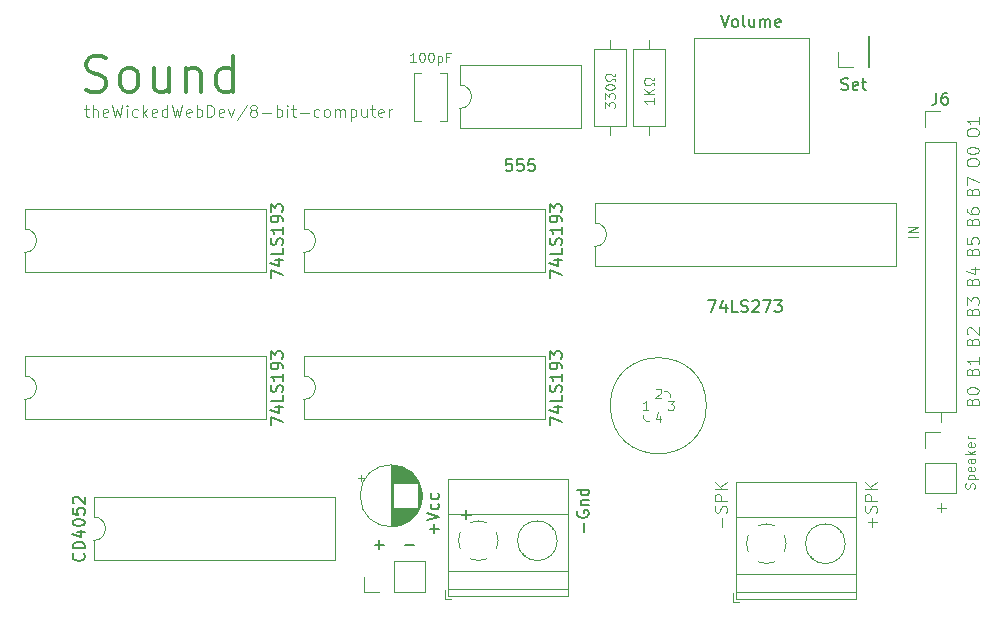
<source format=gbr>
%TF.GenerationSoftware,KiCad,Pcbnew,(5.1.9-0-10_14)*%
%TF.CreationDate,2021-05-25T00:06:21-04:00*%
%TF.ProjectId,sound,736f756e-642e-46b6-9963-61645f706362,rev?*%
%TF.SameCoordinates,Original*%
%TF.FileFunction,Legend,Top*%
%TF.FilePolarity,Positive*%
%FSLAX46Y46*%
G04 Gerber Fmt 4.6, Leading zero omitted, Abs format (unit mm)*
G04 Created by KiCad (PCBNEW (5.1.9-0-10_14)) date 2021-05-25 00:06:21*
%MOMM*%
%LPD*%
G01*
G04 APERTURE LIST*
%ADD10C,0.150000*%
%ADD11C,0.100000*%
%ADD12C,0.300000*%
%ADD13C,0.120000*%
G04 APERTURE END LIST*
D10*
X131675142Y-118173238D02*
X131722761Y-118220857D01*
X131770380Y-118363714D01*
X131770380Y-118458952D01*
X131722761Y-118601809D01*
X131627523Y-118697047D01*
X131532285Y-118744666D01*
X131341809Y-118792285D01*
X131198952Y-118792285D01*
X131008476Y-118744666D01*
X130913238Y-118697047D01*
X130818000Y-118601809D01*
X130770380Y-118458952D01*
X130770380Y-118363714D01*
X130818000Y-118220857D01*
X130865619Y-118173238D01*
X131770380Y-117744666D02*
X130770380Y-117744666D01*
X130770380Y-117506571D01*
X130818000Y-117363714D01*
X130913238Y-117268476D01*
X131008476Y-117220857D01*
X131198952Y-117173238D01*
X131341809Y-117173238D01*
X131532285Y-117220857D01*
X131627523Y-117268476D01*
X131722761Y-117363714D01*
X131770380Y-117506571D01*
X131770380Y-117744666D01*
X131103714Y-116316095D02*
X131770380Y-116316095D01*
X130722761Y-116554190D02*
X131437047Y-116792285D01*
X131437047Y-116173238D01*
X130770380Y-115601809D02*
X130770380Y-115506571D01*
X130818000Y-115411333D01*
X130865619Y-115363714D01*
X130960857Y-115316095D01*
X131151333Y-115268476D01*
X131389428Y-115268476D01*
X131579904Y-115316095D01*
X131675142Y-115363714D01*
X131722761Y-115411333D01*
X131770380Y-115506571D01*
X131770380Y-115601809D01*
X131722761Y-115697047D01*
X131675142Y-115744666D01*
X131579904Y-115792285D01*
X131389428Y-115839904D01*
X131151333Y-115839904D01*
X130960857Y-115792285D01*
X130865619Y-115744666D01*
X130818000Y-115697047D01*
X130770380Y-115601809D01*
X130770380Y-114363714D02*
X130770380Y-114839904D01*
X131246571Y-114887523D01*
X131198952Y-114839904D01*
X131151333Y-114744666D01*
X131151333Y-114506571D01*
X131198952Y-114411333D01*
X131246571Y-114363714D01*
X131341809Y-114316095D01*
X131579904Y-114316095D01*
X131675142Y-114363714D01*
X131722761Y-114411333D01*
X131770380Y-114506571D01*
X131770380Y-114744666D01*
X131722761Y-114839904D01*
X131675142Y-114887523D01*
X130865619Y-113935142D02*
X130818000Y-113887523D01*
X130770380Y-113792285D01*
X130770380Y-113554190D01*
X130818000Y-113458952D01*
X130865619Y-113411333D01*
X130960857Y-113363714D01*
X131056095Y-113363714D01*
X131198952Y-113411333D01*
X131770380Y-113982761D01*
X131770380Y-113363714D01*
D11*
X206462380Y-82613428D02*
X206462380Y-82422952D01*
X206510000Y-82327714D01*
X206605238Y-82232476D01*
X206795714Y-82184857D01*
X207129047Y-82184857D01*
X207319523Y-82232476D01*
X207414761Y-82327714D01*
X207462380Y-82422952D01*
X207462380Y-82613428D01*
X207414761Y-82708666D01*
X207319523Y-82803904D01*
X207129047Y-82851523D01*
X206795714Y-82851523D01*
X206605238Y-82803904D01*
X206510000Y-82708666D01*
X206462380Y-82613428D01*
X207462380Y-81232476D02*
X207462380Y-81803904D01*
X207462380Y-81518190D02*
X206462380Y-81518190D01*
X206605238Y-81613428D01*
X206700476Y-81708666D01*
X206748095Y-81803904D01*
X206462380Y-85153428D02*
X206462380Y-84962952D01*
X206510000Y-84867714D01*
X206605238Y-84772476D01*
X206795714Y-84724857D01*
X207129047Y-84724857D01*
X207319523Y-84772476D01*
X207414761Y-84867714D01*
X207462380Y-84962952D01*
X207462380Y-85153428D01*
X207414761Y-85248666D01*
X207319523Y-85343904D01*
X207129047Y-85391523D01*
X206795714Y-85391523D01*
X206605238Y-85343904D01*
X206510000Y-85248666D01*
X206462380Y-85153428D01*
X206462380Y-84105809D02*
X206462380Y-84010571D01*
X206510000Y-83915333D01*
X206557619Y-83867714D01*
X206652857Y-83820095D01*
X206843333Y-83772476D01*
X207081428Y-83772476D01*
X207271904Y-83820095D01*
X207367142Y-83867714D01*
X207414761Y-83915333D01*
X207462380Y-84010571D01*
X207462380Y-84105809D01*
X207414761Y-84201047D01*
X207367142Y-84248666D01*
X207271904Y-84296285D01*
X207081428Y-84343904D01*
X206843333Y-84343904D01*
X206652857Y-84296285D01*
X206557619Y-84248666D01*
X206510000Y-84201047D01*
X206462380Y-84105809D01*
X185745428Y-115903142D02*
X185745428Y-115141238D01*
X186078761Y-114712666D02*
X186126380Y-114569809D01*
X186126380Y-114331714D01*
X186078761Y-114236476D01*
X186031142Y-114188857D01*
X185935904Y-114141238D01*
X185840666Y-114141238D01*
X185745428Y-114188857D01*
X185697809Y-114236476D01*
X185650190Y-114331714D01*
X185602571Y-114522190D01*
X185554952Y-114617428D01*
X185507333Y-114665047D01*
X185412095Y-114712666D01*
X185316857Y-114712666D01*
X185221619Y-114665047D01*
X185174000Y-114617428D01*
X185126380Y-114522190D01*
X185126380Y-114284095D01*
X185174000Y-114141238D01*
X186126380Y-113712666D02*
X185126380Y-113712666D01*
X185126380Y-113331714D01*
X185174000Y-113236476D01*
X185221619Y-113188857D01*
X185316857Y-113141238D01*
X185459714Y-113141238D01*
X185554952Y-113188857D01*
X185602571Y-113236476D01*
X185650190Y-113331714D01*
X185650190Y-113712666D01*
X186126380Y-112712666D02*
X185126380Y-112712666D01*
X186126380Y-112141238D02*
X185554952Y-112569809D01*
X185126380Y-112141238D02*
X185697809Y-112712666D01*
D10*
X161361428Y-116474666D02*
X161361428Y-115712761D01*
X161742380Y-116093714D02*
X160980476Y-116093714D01*
X160742380Y-115379428D02*
X161742380Y-115046095D01*
X160742380Y-114712761D01*
X161694761Y-113950857D02*
X161742380Y-114046095D01*
X161742380Y-114236571D01*
X161694761Y-114331809D01*
X161647142Y-114379428D01*
X161551904Y-114427047D01*
X161266190Y-114427047D01*
X161170952Y-114379428D01*
X161123333Y-114331809D01*
X161075714Y-114236571D01*
X161075714Y-114046095D01*
X161123333Y-113950857D01*
X161694761Y-113093714D02*
X161742380Y-113188952D01*
X161742380Y-113379428D01*
X161694761Y-113474666D01*
X161647142Y-113522285D01*
X161551904Y-113569904D01*
X161266190Y-113569904D01*
X161170952Y-113522285D01*
X161123333Y-113474666D01*
X161075714Y-113379428D01*
X161075714Y-113188952D01*
X161123333Y-113093714D01*
X174061428Y-116339714D02*
X174061428Y-115577809D01*
X173490000Y-114577809D02*
X173442380Y-114673047D01*
X173442380Y-114815904D01*
X173490000Y-114958761D01*
X173585238Y-115054000D01*
X173680476Y-115101619D01*
X173870952Y-115149238D01*
X174013809Y-115149238D01*
X174204285Y-115101619D01*
X174299523Y-115054000D01*
X174394761Y-114958761D01*
X174442380Y-114815904D01*
X174442380Y-114720666D01*
X174394761Y-114577809D01*
X174347142Y-114530190D01*
X174013809Y-114530190D01*
X174013809Y-114720666D01*
X173775714Y-114101619D02*
X174442380Y-114101619D01*
X173870952Y-114101619D02*
X173823333Y-114054000D01*
X173775714Y-113958761D01*
X173775714Y-113815904D01*
X173823333Y-113720666D01*
X173918571Y-113673047D01*
X174442380Y-113673047D01*
X174442380Y-112768285D02*
X173442380Y-112768285D01*
X174394761Y-112768285D02*
X174442380Y-112863523D01*
X174442380Y-113054000D01*
X174394761Y-113149238D01*
X174347142Y-113196857D01*
X174251904Y-113244476D01*
X173966190Y-113244476D01*
X173870952Y-113196857D01*
X173823333Y-113149238D01*
X173775714Y-113054000D01*
X173775714Y-112863523D01*
X173823333Y-112768285D01*
D11*
X198445428Y-115903142D02*
X198445428Y-115141238D01*
X198826380Y-115522190D02*
X198064476Y-115522190D01*
X198778761Y-114712666D02*
X198826380Y-114569809D01*
X198826380Y-114331714D01*
X198778761Y-114236476D01*
X198731142Y-114188857D01*
X198635904Y-114141238D01*
X198540666Y-114141238D01*
X198445428Y-114188857D01*
X198397809Y-114236476D01*
X198350190Y-114331714D01*
X198302571Y-114522190D01*
X198254952Y-114617428D01*
X198207333Y-114665047D01*
X198112095Y-114712666D01*
X198016857Y-114712666D01*
X197921619Y-114665047D01*
X197874000Y-114617428D01*
X197826380Y-114522190D01*
X197826380Y-114284095D01*
X197874000Y-114141238D01*
X198826380Y-113712666D02*
X197826380Y-113712666D01*
X197826380Y-113331714D01*
X197874000Y-113236476D01*
X197921619Y-113188857D01*
X198016857Y-113141238D01*
X198159714Y-113141238D01*
X198254952Y-113188857D01*
X198302571Y-113236476D01*
X198350190Y-113331714D01*
X198350190Y-113712666D01*
X198826380Y-112712666D02*
X197826380Y-112712666D01*
X198826380Y-112141238D02*
X198254952Y-112569809D01*
X197826380Y-112141238D02*
X198397809Y-112712666D01*
X179939904Y-79622571D02*
X179939904Y-80079714D01*
X179939904Y-79851142D02*
X179139904Y-79851142D01*
X179254190Y-79927333D01*
X179330380Y-80003523D01*
X179368476Y-80079714D01*
X179939904Y-79279714D02*
X179139904Y-79279714D01*
X179939904Y-78822571D02*
X179482761Y-79165428D01*
X179139904Y-78822571D02*
X179597047Y-79279714D01*
X179939904Y-78517809D02*
X179939904Y-78327333D01*
X179787523Y-78327333D01*
X179749428Y-78403523D01*
X179673238Y-78479714D01*
X179558952Y-78517809D01*
X179368476Y-78517809D01*
X179254190Y-78479714D01*
X179178000Y-78403523D01*
X179139904Y-78289238D01*
X179139904Y-78136857D01*
X179178000Y-78022571D01*
X179254190Y-77946380D01*
X179368476Y-77908285D01*
X179558952Y-77908285D01*
X179673238Y-77946380D01*
X179749428Y-78022571D01*
X179787523Y-78098761D01*
X179939904Y-78098761D01*
X179939904Y-77908285D01*
X175837904Y-80479714D02*
X175837904Y-79984476D01*
X176142666Y-80251142D01*
X176142666Y-80136857D01*
X176180761Y-80060666D01*
X176218857Y-80022571D01*
X176295047Y-79984476D01*
X176485523Y-79984476D01*
X176561714Y-80022571D01*
X176599809Y-80060666D01*
X176637904Y-80136857D01*
X176637904Y-80365428D01*
X176599809Y-80441619D01*
X176561714Y-80479714D01*
X175837904Y-79717809D02*
X175837904Y-79222571D01*
X176142666Y-79489238D01*
X176142666Y-79374952D01*
X176180761Y-79298761D01*
X176218857Y-79260666D01*
X176295047Y-79222571D01*
X176485523Y-79222571D01*
X176561714Y-79260666D01*
X176599809Y-79298761D01*
X176637904Y-79374952D01*
X176637904Y-79603523D01*
X176599809Y-79679714D01*
X176561714Y-79717809D01*
X175837904Y-78727333D02*
X175837904Y-78651142D01*
X175876000Y-78574952D01*
X175914095Y-78536857D01*
X175990285Y-78498761D01*
X176142666Y-78460666D01*
X176333142Y-78460666D01*
X176485523Y-78498761D01*
X176561714Y-78536857D01*
X176599809Y-78574952D01*
X176637904Y-78651142D01*
X176637904Y-78727333D01*
X176599809Y-78803523D01*
X176561714Y-78841619D01*
X176485523Y-78879714D01*
X176333142Y-78917809D01*
X176142666Y-78917809D01*
X175990285Y-78879714D01*
X175914095Y-78841619D01*
X175876000Y-78803523D01*
X175837904Y-78727333D01*
X176637904Y-78155904D02*
X176637904Y-77965428D01*
X176485523Y-77965428D01*
X176447428Y-78041619D01*
X176371238Y-78117809D01*
X176256952Y-78155904D01*
X176066476Y-78155904D01*
X175952190Y-78117809D01*
X175876000Y-78041619D01*
X175837904Y-77927333D01*
X175837904Y-77774952D01*
X175876000Y-77660666D01*
X175952190Y-77584476D01*
X176066476Y-77546380D01*
X176256952Y-77546380D01*
X176371238Y-77584476D01*
X176447428Y-77660666D01*
X176485523Y-77736857D01*
X176637904Y-77736857D01*
X176637904Y-77546380D01*
X159797904Y-76561904D02*
X159340761Y-76561904D01*
X159569333Y-76561904D02*
X159569333Y-75761904D01*
X159493142Y-75876190D01*
X159416952Y-75952380D01*
X159340761Y-75990476D01*
X160293142Y-75761904D02*
X160369333Y-75761904D01*
X160445523Y-75800000D01*
X160483619Y-75838095D01*
X160521714Y-75914285D01*
X160559809Y-76066666D01*
X160559809Y-76257142D01*
X160521714Y-76409523D01*
X160483619Y-76485714D01*
X160445523Y-76523809D01*
X160369333Y-76561904D01*
X160293142Y-76561904D01*
X160216952Y-76523809D01*
X160178857Y-76485714D01*
X160140761Y-76409523D01*
X160102666Y-76257142D01*
X160102666Y-76066666D01*
X160140761Y-75914285D01*
X160178857Y-75838095D01*
X160216952Y-75800000D01*
X160293142Y-75761904D01*
X161055047Y-75761904D02*
X161131238Y-75761904D01*
X161207428Y-75800000D01*
X161245523Y-75838095D01*
X161283619Y-75914285D01*
X161321714Y-76066666D01*
X161321714Y-76257142D01*
X161283619Y-76409523D01*
X161245523Y-76485714D01*
X161207428Y-76523809D01*
X161131238Y-76561904D01*
X161055047Y-76561904D01*
X160978857Y-76523809D01*
X160940761Y-76485714D01*
X160902666Y-76409523D01*
X160864571Y-76257142D01*
X160864571Y-76066666D01*
X160902666Y-75914285D01*
X160940761Y-75838095D01*
X160978857Y-75800000D01*
X161055047Y-75761904D01*
X161664571Y-76028571D02*
X161664571Y-76828571D01*
X161664571Y-76066666D02*
X161740761Y-76028571D01*
X161893142Y-76028571D01*
X161969333Y-76066666D01*
X162007428Y-76104761D01*
X162045523Y-76180952D01*
X162045523Y-76409523D01*
X162007428Y-76485714D01*
X161969333Y-76523809D01*
X161893142Y-76561904D01*
X161740761Y-76561904D01*
X161664571Y-76523809D01*
X162655047Y-76142857D02*
X162388380Y-76142857D01*
X162388380Y-76561904D02*
X162388380Y-75761904D01*
X162769333Y-75761904D01*
D10*
X167941714Y-84796380D02*
X167465523Y-84796380D01*
X167417904Y-85272571D01*
X167465523Y-85224952D01*
X167560761Y-85177333D01*
X167798857Y-85177333D01*
X167894095Y-85224952D01*
X167941714Y-85272571D01*
X167989333Y-85367809D01*
X167989333Y-85605904D01*
X167941714Y-85701142D01*
X167894095Y-85748761D01*
X167798857Y-85796380D01*
X167560761Y-85796380D01*
X167465523Y-85748761D01*
X167417904Y-85701142D01*
X168894095Y-84796380D02*
X168417904Y-84796380D01*
X168370285Y-85272571D01*
X168417904Y-85224952D01*
X168513142Y-85177333D01*
X168751238Y-85177333D01*
X168846476Y-85224952D01*
X168894095Y-85272571D01*
X168941714Y-85367809D01*
X168941714Y-85605904D01*
X168894095Y-85701142D01*
X168846476Y-85748761D01*
X168751238Y-85796380D01*
X168513142Y-85796380D01*
X168417904Y-85748761D01*
X168370285Y-85701142D01*
X169846476Y-84796380D02*
X169370285Y-84796380D01*
X169322666Y-85272571D01*
X169370285Y-85224952D01*
X169465523Y-85177333D01*
X169703619Y-85177333D01*
X169798857Y-85224952D01*
X169846476Y-85272571D01*
X169894095Y-85367809D01*
X169894095Y-85605904D01*
X169846476Y-85701142D01*
X169798857Y-85748761D01*
X169703619Y-85796380D01*
X169465523Y-85796380D01*
X169370285Y-85748761D01*
X169322666Y-85701142D01*
X185618761Y-72604380D02*
X185952095Y-73604380D01*
X186285428Y-72604380D01*
X186761619Y-73604380D02*
X186666380Y-73556761D01*
X186618761Y-73509142D01*
X186571142Y-73413904D01*
X186571142Y-73128190D01*
X186618761Y-73032952D01*
X186666380Y-72985333D01*
X186761619Y-72937714D01*
X186904476Y-72937714D01*
X186999714Y-72985333D01*
X187047333Y-73032952D01*
X187094952Y-73128190D01*
X187094952Y-73413904D01*
X187047333Y-73509142D01*
X186999714Y-73556761D01*
X186904476Y-73604380D01*
X186761619Y-73604380D01*
X187666380Y-73604380D02*
X187571142Y-73556761D01*
X187523523Y-73461523D01*
X187523523Y-72604380D01*
X188475904Y-72937714D02*
X188475904Y-73604380D01*
X188047333Y-72937714D02*
X188047333Y-73461523D01*
X188094952Y-73556761D01*
X188190190Y-73604380D01*
X188333047Y-73604380D01*
X188428285Y-73556761D01*
X188475904Y-73509142D01*
X188952095Y-73604380D02*
X188952095Y-72937714D01*
X188952095Y-73032952D02*
X188999714Y-72985333D01*
X189094952Y-72937714D01*
X189237809Y-72937714D01*
X189333047Y-72985333D01*
X189380666Y-73080571D01*
X189380666Y-73604380D01*
X189380666Y-73080571D02*
X189428285Y-72985333D01*
X189523523Y-72937714D01*
X189666380Y-72937714D01*
X189761619Y-72985333D01*
X189809238Y-73080571D01*
X189809238Y-73604380D01*
X190666380Y-73556761D02*
X190571142Y-73604380D01*
X190380666Y-73604380D01*
X190285428Y-73556761D01*
X190237809Y-73461523D01*
X190237809Y-73080571D01*
X190285428Y-72985333D01*
X190380666Y-72937714D01*
X190571142Y-72937714D01*
X190666380Y-72985333D01*
X190714000Y-73080571D01*
X190714000Y-73175809D01*
X190237809Y-73271047D01*
D11*
X207079809Y-112699523D02*
X207117904Y-112585238D01*
X207117904Y-112394761D01*
X207079809Y-112318571D01*
X207041714Y-112280476D01*
X206965523Y-112242380D01*
X206889333Y-112242380D01*
X206813142Y-112280476D01*
X206775047Y-112318571D01*
X206736952Y-112394761D01*
X206698857Y-112547142D01*
X206660761Y-112623333D01*
X206622666Y-112661428D01*
X206546476Y-112699523D01*
X206470285Y-112699523D01*
X206394095Y-112661428D01*
X206356000Y-112623333D01*
X206317904Y-112547142D01*
X206317904Y-112356666D01*
X206356000Y-112242380D01*
X206584571Y-111899523D02*
X207384571Y-111899523D01*
X206622666Y-111899523D02*
X206584571Y-111823333D01*
X206584571Y-111670952D01*
X206622666Y-111594761D01*
X206660761Y-111556666D01*
X206736952Y-111518571D01*
X206965523Y-111518571D01*
X207041714Y-111556666D01*
X207079809Y-111594761D01*
X207117904Y-111670952D01*
X207117904Y-111823333D01*
X207079809Y-111899523D01*
X207079809Y-110870952D02*
X207117904Y-110947142D01*
X207117904Y-111099523D01*
X207079809Y-111175714D01*
X207003619Y-111213809D01*
X206698857Y-111213809D01*
X206622666Y-111175714D01*
X206584571Y-111099523D01*
X206584571Y-110947142D01*
X206622666Y-110870952D01*
X206698857Y-110832857D01*
X206775047Y-110832857D01*
X206851238Y-111213809D01*
X207117904Y-110147142D02*
X206698857Y-110147142D01*
X206622666Y-110185238D01*
X206584571Y-110261428D01*
X206584571Y-110413809D01*
X206622666Y-110490000D01*
X207079809Y-110147142D02*
X207117904Y-110223333D01*
X207117904Y-110413809D01*
X207079809Y-110490000D01*
X207003619Y-110528095D01*
X206927428Y-110528095D01*
X206851238Y-110490000D01*
X206813142Y-110413809D01*
X206813142Y-110223333D01*
X206775047Y-110147142D01*
X207117904Y-109766190D02*
X206317904Y-109766190D01*
X206813142Y-109690000D02*
X207117904Y-109461428D01*
X206584571Y-109461428D02*
X206889333Y-109766190D01*
X207079809Y-108813809D02*
X207117904Y-108890000D01*
X207117904Y-109042380D01*
X207079809Y-109118571D01*
X207003619Y-109156666D01*
X206698857Y-109156666D01*
X206622666Y-109118571D01*
X206584571Y-109042380D01*
X206584571Y-108890000D01*
X206622666Y-108813809D01*
X206698857Y-108775714D01*
X206775047Y-108775714D01*
X206851238Y-109156666D01*
X207117904Y-108432857D02*
X206584571Y-108432857D01*
X206736952Y-108432857D02*
X206660761Y-108394761D01*
X206622666Y-108356666D01*
X206584571Y-108280476D01*
X206584571Y-108204285D01*
X131732380Y-80557714D02*
X132113333Y-80557714D01*
X131875238Y-80224380D02*
X131875238Y-81081523D01*
X131922857Y-81176761D01*
X132018095Y-81224380D01*
X132113333Y-81224380D01*
X132446666Y-81224380D02*
X132446666Y-80224380D01*
X132875238Y-81224380D02*
X132875238Y-80700571D01*
X132827619Y-80605333D01*
X132732380Y-80557714D01*
X132589523Y-80557714D01*
X132494285Y-80605333D01*
X132446666Y-80652952D01*
X133732380Y-81176761D02*
X133637142Y-81224380D01*
X133446666Y-81224380D01*
X133351428Y-81176761D01*
X133303809Y-81081523D01*
X133303809Y-80700571D01*
X133351428Y-80605333D01*
X133446666Y-80557714D01*
X133637142Y-80557714D01*
X133732380Y-80605333D01*
X133780000Y-80700571D01*
X133780000Y-80795809D01*
X133303809Y-80891047D01*
X134113333Y-80224380D02*
X134351428Y-81224380D01*
X134541904Y-80510095D01*
X134732380Y-81224380D01*
X134970476Y-80224380D01*
X135351428Y-81224380D02*
X135351428Y-80557714D01*
X135351428Y-80224380D02*
X135303809Y-80272000D01*
X135351428Y-80319619D01*
X135399047Y-80272000D01*
X135351428Y-80224380D01*
X135351428Y-80319619D01*
X136256190Y-81176761D02*
X136160952Y-81224380D01*
X135970476Y-81224380D01*
X135875238Y-81176761D01*
X135827619Y-81129142D01*
X135780000Y-81033904D01*
X135780000Y-80748190D01*
X135827619Y-80652952D01*
X135875238Y-80605333D01*
X135970476Y-80557714D01*
X136160952Y-80557714D01*
X136256190Y-80605333D01*
X136684761Y-81224380D02*
X136684761Y-80224380D01*
X136780000Y-80843428D02*
X137065714Y-81224380D01*
X137065714Y-80557714D02*
X136684761Y-80938666D01*
X137875238Y-81176761D02*
X137780000Y-81224380D01*
X137589523Y-81224380D01*
X137494285Y-81176761D01*
X137446666Y-81081523D01*
X137446666Y-80700571D01*
X137494285Y-80605333D01*
X137589523Y-80557714D01*
X137780000Y-80557714D01*
X137875238Y-80605333D01*
X137922857Y-80700571D01*
X137922857Y-80795809D01*
X137446666Y-80891047D01*
X138780000Y-81224380D02*
X138780000Y-80224380D01*
X138780000Y-81176761D02*
X138684761Y-81224380D01*
X138494285Y-81224380D01*
X138399047Y-81176761D01*
X138351428Y-81129142D01*
X138303809Y-81033904D01*
X138303809Y-80748190D01*
X138351428Y-80652952D01*
X138399047Y-80605333D01*
X138494285Y-80557714D01*
X138684761Y-80557714D01*
X138780000Y-80605333D01*
X139160952Y-80224380D02*
X139399047Y-81224380D01*
X139589523Y-80510095D01*
X139780000Y-81224380D01*
X140018095Y-80224380D01*
X140780000Y-81176761D02*
X140684761Y-81224380D01*
X140494285Y-81224380D01*
X140399047Y-81176761D01*
X140351428Y-81081523D01*
X140351428Y-80700571D01*
X140399047Y-80605333D01*
X140494285Y-80557714D01*
X140684761Y-80557714D01*
X140780000Y-80605333D01*
X140827619Y-80700571D01*
X140827619Y-80795809D01*
X140351428Y-80891047D01*
X141256190Y-81224380D02*
X141256190Y-80224380D01*
X141256190Y-80605333D02*
X141351428Y-80557714D01*
X141541904Y-80557714D01*
X141637142Y-80605333D01*
X141684761Y-80652952D01*
X141732380Y-80748190D01*
X141732380Y-81033904D01*
X141684761Y-81129142D01*
X141637142Y-81176761D01*
X141541904Y-81224380D01*
X141351428Y-81224380D01*
X141256190Y-81176761D01*
X142160952Y-81224380D02*
X142160952Y-80224380D01*
X142399047Y-80224380D01*
X142541904Y-80272000D01*
X142637142Y-80367238D01*
X142684761Y-80462476D01*
X142732380Y-80652952D01*
X142732380Y-80795809D01*
X142684761Y-80986285D01*
X142637142Y-81081523D01*
X142541904Y-81176761D01*
X142399047Y-81224380D01*
X142160952Y-81224380D01*
X143541904Y-81176761D02*
X143446666Y-81224380D01*
X143256190Y-81224380D01*
X143160952Y-81176761D01*
X143113333Y-81081523D01*
X143113333Y-80700571D01*
X143160952Y-80605333D01*
X143256190Y-80557714D01*
X143446666Y-80557714D01*
X143541904Y-80605333D01*
X143589523Y-80700571D01*
X143589523Y-80795809D01*
X143113333Y-80891047D01*
X143922857Y-80557714D02*
X144160952Y-81224380D01*
X144399047Y-80557714D01*
X145494285Y-80176761D02*
X144637142Y-81462476D01*
X145970476Y-80652952D02*
X145875238Y-80605333D01*
X145827619Y-80557714D01*
X145780000Y-80462476D01*
X145780000Y-80414857D01*
X145827619Y-80319619D01*
X145875238Y-80272000D01*
X145970476Y-80224380D01*
X146160952Y-80224380D01*
X146256190Y-80272000D01*
X146303809Y-80319619D01*
X146351428Y-80414857D01*
X146351428Y-80462476D01*
X146303809Y-80557714D01*
X146256190Y-80605333D01*
X146160952Y-80652952D01*
X145970476Y-80652952D01*
X145875238Y-80700571D01*
X145827619Y-80748190D01*
X145780000Y-80843428D01*
X145780000Y-81033904D01*
X145827619Y-81129142D01*
X145875238Y-81176761D01*
X145970476Y-81224380D01*
X146160952Y-81224380D01*
X146256190Y-81176761D01*
X146303809Y-81129142D01*
X146351428Y-81033904D01*
X146351428Y-80843428D01*
X146303809Y-80748190D01*
X146256190Y-80700571D01*
X146160952Y-80652952D01*
X146780000Y-80843428D02*
X147541904Y-80843428D01*
X148018095Y-81224380D02*
X148018095Y-80224380D01*
X148018095Y-80605333D02*
X148113333Y-80557714D01*
X148303809Y-80557714D01*
X148399047Y-80605333D01*
X148446666Y-80652952D01*
X148494285Y-80748190D01*
X148494285Y-81033904D01*
X148446666Y-81129142D01*
X148399047Y-81176761D01*
X148303809Y-81224380D01*
X148113333Y-81224380D01*
X148018095Y-81176761D01*
X148922857Y-81224380D02*
X148922857Y-80557714D01*
X148922857Y-80224380D02*
X148875238Y-80272000D01*
X148922857Y-80319619D01*
X148970476Y-80272000D01*
X148922857Y-80224380D01*
X148922857Y-80319619D01*
X149256190Y-80557714D02*
X149637142Y-80557714D01*
X149399047Y-80224380D02*
X149399047Y-81081523D01*
X149446666Y-81176761D01*
X149541904Y-81224380D01*
X149637142Y-81224380D01*
X149970476Y-80843428D02*
X150732380Y-80843428D01*
X151637142Y-81176761D02*
X151541904Y-81224380D01*
X151351428Y-81224380D01*
X151256190Y-81176761D01*
X151208571Y-81129142D01*
X151160952Y-81033904D01*
X151160952Y-80748190D01*
X151208571Y-80652952D01*
X151256190Y-80605333D01*
X151351428Y-80557714D01*
X151541904Y-80557714D01*
X151637142Y-80605333D01*
X152208571Y-81224380D02*
X152113333Y-81176761D01*
X152065714Y-81129142D01*
X152018095Y-81033904D01*
X152018095Y-80748190D01*
X152065714Y-80652952D01*
X152113333Y-80605333D01*
X152208571Y-80557714D01*
X152351428Y-80557714D01*
X152446666Y-80605333D01*
X152494285Y-80652952D01*
X152541904Y-80748190D01*
X152541904Y-81033904D01*
X152494285Y-81129142D01*
X152446666Y-81176761D01*
X152351428Y-81224380D01*
X152208571Y-81224380D01*
X152970476Y-81224380D02*
X152970476Y-80557714D01*
X152970476Y-80652952D02*
X153018095Y-80605333D01*
X153113333Y-80557714D01*
X153256190Y-80557714D01*
X153351428Y-80605333D01*
X153399047Y-80700571D01*
X153399047Y-81224380D01*
X153399047Y-80700571D02*
X153446666Y-80605333D01*
X153541904Y-80557714D01*
X153684761Y-80557714D01*
X153780000Y-80605333D01*
X153827619Y-80700571D01*
X153827619Y-81224380D01*
X154303809Y-80557714D02*
X154303809Y-81557714D01*
X154303809Y-80605333D02*
X154399047Y-80557714D01*
X154589523Y-80557714D01*
X154684761Y-80605333D01*
X154732380Y-80652952D01*
X154780000Y-80748190D01*
X154780000Y-81033904D01*
X154732380Y-81129142D01*
X154684761Y-81176761D01*
X154589523Y-81224380D01*
X154399047Y-81224380D01*
X154303809Y-81176761D01*
X155637142Y-80557714D02*
X155637142Y-81224380D01*
X155208571Y-80557714D02*
X155208571Y-81081523D01*
X155256190Y-81176761D01*
X155351428Y-81224380D01*
X155494285Y-81224380D01*
X155589523Y-81176761D01*
X155637142Y-81129142D01*
X155970476Y-80557714D02*
X156351428Y-80557714D01*
X156113333Y-80224380D02*
X156113333Y-81081523D01*
X156160952Y-81176761D01*
X156256190Y-81224380D01*
X156351428Y-81224380D01*
X157065714Y-81176761D02*
X156970476Y-81224380D01*
X156779999Y-81224380D01*
X156684761Y-81176761D01*
X156637142Y-81081523D01*
X156637142Y-80700571D01*
X156684761Y-80605333D01*
X156779999Y-80557714D01*
X156970476Y-80557714D01*
X157065714Y-80605333D01*
X157113333Y-80700571D01*
X157113333Y-80795809D01*
X156637142Y-80891047D01*
X157541904Y-81224380D02*
X157541904Y-80557714D01*
X157541904Y-80748190D02*
X157589523Y-80652952D01*
X157637142Y-80605333D01*
X157732380Y-80557714D01*
X157827619Y-80557714D01*
D12*
X131890285Y-78938285D02*
X132318857Y-79081142D01*
X133033142Y-79081142D01*
X133318857Y-78938285D01*
X133461714Y-78795428D01*
X133604571Y-78509714D01*
X133604571Y-78224000D01*
X133461714Y-77938285D01*
X133318857Y-77795428D01*
X133033142Y-77652571D01*
X132461714Y-77509714D01*
X132176000Y-77366857D01*
X132033142Y-77224000D01*
X131890285Y-76938285D01*
X131890285Y-76652571D01*
X132033142Y-76366857D01*
X132176000Y-76224000D01*
X132461714Y-76081142D01*
X133176000Y-76081142D01*
X133604571Y-76224000D01*
X135318857Y-79081142D02*
X135033142Y-78938285D01*
X134890285Y-78795428D01*
X134747428Y-78509714D01*
X134747428Y-77652571D01*
X134890285Y-77366857D01*
X135033142Y-77224000D01*
X135318857Y-77081142D01*
X135747428Y-77081142D01*
X136033142Y-77224000D01*
X136176000Y-77366857D01*
X136318857Y-77652571D01*
X136318857Y-78509714D01*
X136176000Y-78795428D01*
X136033142Y-78938285D01*
X135747428Y-79081142D01*
X135318857Y-79081142D01*
X138890285Y-77081142D02*
X138890285Y-79081142D01*
X137604571Y-77081142D02*
X137604571Y-78652571D01*
X137747428Y-78938285D01*
X138033142Y-79081142D01*
X138461714Y-79081142D01*
X138747428Y-78938285D01*
X138890285Y-78795428D01*
X140318857Y-77081142D02*
X140318857Y-79081142D01*
X140318857Y-77366857D02*
X140461714Y-77224000D01*
X140747428Y-77081142D01*
X141176000Y-77081142D01*
X141461714Y-77224000D01*
X141604571Y-77509714D01*
X141604571Y-79081142D01*
X144318857Y-79081142D02*
X144318857Y-76081142D01*
X144318857Y-78938285D02*
X144033142Y-79081142D01*
X143461714Y-79081142D01*
X143176000Y-78938285D01*
X143033142Y-78795428D01*
X142890285Y-78509714D01*
X142890285Y-77652571D01*
X143033142Y-77366857D01*
X143176000Y-77224000D01*
X143461714Y-77081142D01*
X144033142Y-77081142D01*
X144318857Y-77224000D01*
D11*
X202291904Y-91351047D02*
X201491904Y-91351047D01*
X202291904Y-90970095D02*
X201491904Y-90970095D01*
X202291904Y-90512952D01*
X201491904Y-90512952D01*
X206938571Y-87526761D02*
X206986190Y-87383904D01*
X207033809Y-87336285D01*
X207129047Y-87288666D01*
X207271904Y-87288666D01*
X207367142Y-87336285D01*
X207414761Y-87383904D01*
X207462380Y-87479142D01*
X207462380Y-87860095D01*
X206462380Y-87860095D01*
X206462380Y-87526761D01*
X206510000Y-87431523D01*
X206557619Y-87383904D01*
X206652857Y-87336285D01*
X206748095Y-87336285D01*
X206843333Y-87383904D01*
X206890952Y-87431523D01*
X206938571Y-87526761D01*
X206938571Y-87860095D01*
X206462380Y-86955333D02*
X206462380Y-86288666D01*
X207462380Y-86717238D01*
X206938571Y-90066761D02*
X206986190Y-89923904D01*
X207033809Y-89876285D01*
X207129047Y-89828666D01*
X207271904Y-89828666D01*
X207367142Y-89876285D01*
X207414761Y-89923904D01*
X207462380Y-90019142D01*
X207462380Y-90400095D01*
X206462380Y-90400095D01*
X206462380Y-90066761D01*
X206510000Y-89971523D01*
X206557619Y-89923904D01*
X206652857Y-89876285D01*
X206748095Y-89876285D01*
X206843333Y-89923904D01*
X206890952Y-89971523D01*
X206938571Y-90066761D01*
X206938571Y-90400095D01*
X206462380Y-88971523D02*
X206462380Y-89162000D01*
X206510000Y-89257238D01*
X206557619Y-89304857D01*
X206700476Y-89400095D01*
X206890952Y-89447714D01*
X207271904Y-89447714D01*
X207367142Y-89400095D01*
X207414761Y-89352476D01*
X207462380Y-89257238D01*
X207462380Y-89066761D01*
X207414761Y-88971523D01*
X207367142Y-88923904D01*
X207271904Y-88876285D01*
X207033809Y-88876285D01*
X206938571Y-88923904D01*
X206890952Y-88971523D01*
X206843333Y-89066761D01*
X206843333Y-89257238D01*
X206890952Y-89352476D01*
X206938571Y-89400095D01*
X207033809Y-89447714D01*
X206938571Y-95146761D02*
X206986190Y-95003904D01*
X207033809Y-94956285D01*
X207129047Y-94908666D01*
X207271904Y-94908666D01*
X207367142Y-94956285D01*
X207414761Y-95003904D01*
X207462380Y-95099142D01*
X207462380Y-95480095D01*
X206462380Y-95480095D01*
X206462380Y-95146761D01*
X206510000Y-95051523D01*
X206557619Y-95003904D01*
X206652857Y-94956285D01*
X206748095Y-94956285D01*
X206843333Y-95003904D01*
X206890952Y-95051523D01*
X206938571Y-95146761D01*
X206938571Y-95480095D01*
X206795714Y-94051523D02*
X207462380Y-94051523D01*
X206414761Y-94289619D02*
X207129047Y-94527714D01*
X207129047Y-93908666D01*
X206938571Y-92606761D02*
X206986190Y-92463904D01*
X207033809Y-92416285D01*
X207129047Y-92368666D01*
X207271904Y-92368666D01*
X207367142Y-92416285D01*
X207414761Y-92463904D01*
X207462380Y-92559142D01*
X207462380Y-92940095D01*
X206462380Y-92940095D01*
X206462380Y-92606761D01*
X206510000Y-92511523D01*
X206557619Y-92463904D01*
X206652857Y-92416285D01*
X206748095Y-92416285D01*
X206843333Y-92463904D01*
X206890952Y-92511523D01*
X206938571Y-92606761D01*
X206938571Y-92940095D01*
X206462380Y-91463904D02*
X206462380Y-91940095D01*
X206938571Y-91987714D01*
X206890952Y-91940095D01*
X206843333Y-91844857D01*
X206843333Y-91606761D01*
X206890952Y-91511523D01*
X206938571Y-91463904D01*
X207033809Y-91416285D01*
X207271904Y-91416285D01*
X207367142Y-91463904D01*
X207414761Y-91511523D01*
X207462380Y-91606761D01*
X207462380Y-91844857D01*
X207414761Y-91940095D01*
X207367142Y-91987714D01*
X206938571Y-97686761D02*
X206986190Y-97543904D01*
X207033809Y-97496285D01*
X207129047Y-97448666D01*
X207271904Y-97448666D01*
X207367142Y-97496285D01*
X207414761Y-97543904D01*
X207462380Y-97639142D01*
X207462380Y-98020095D01*
X206462380Y-98020095D01*
X206462380Y-97686761D01*
X206510000Y-97591523D01*
X206557619Y-97543904D01*
X206652857Y-97496285D01*
X206748095Y-97496285D01*
X206843333Y-97543904D01*
X206890952Y-97591523D01*
X206938571Y-97686761D01*
X206938571Y-98020095D01*
X206462380Y-97115333D02*
X206462380Y-96496285D01*
X206843333Y-96829619D01*
X206843333Y-96686761D01*
X206890952Y-96591523D01*
X206938571Y-96543904D01*
X207033809Y-96496285D01*
X207271904Y-96496285D01*
X207367142Y-96543904D01*
X207414761Y-96591523D01*
X207462380Y-96686761D01*
X207462380Y-96972476D01*
X207414761Y-97067714D01*
X207367142Y-97115333D01*
X206938571Y-100226761D02*
X206986190Y-100083904D01*
X207033809Y-100036285D01*
X207129047Y-99988666D01*
X207271904Y-99988666D01*
X207367142Y-100036285D01*
X207414761Y-100083904D01*
X207462380Y-100179142D01*
X207462380Y-100560095D01*
X206462380Y-100560095D01*
X206462380Y-100226761D01*
X206510000Y-100131523D01*
X206557619Y-100083904D01*
X206652857Y-100036285D01*
X206748095Y-100036285D01*
X206843333Y-100083904D01*
X206890952Y-100131523D01*
X206938571Y-100226761D01*
X206938571Y-100560095D01*
X206557619Y-99607714D02*
X206510000Y-99560095D01*
X206462380Y-99464857D01*
X206462380Y-99226761D01*
X206510000Y-99131523D01*
X206557619Y-99083904D01*
X206652857Y-99036285D01*
X206748095Y-99036285D01*
X206890952Y-99083904D01*
X207462380Y-99655333D01*
X207462380Y-99036285D01*
X206938571Y-102766761D02*
X206986190Y-102623904D01*
X207033809Y-102576285D01*
X207129047Y-102528666D01*
X207271904Y-102528666D01*
X207367142Y-102576285D01*
X207414761Y-102623904D01*
X207462380Y-102719142D01*
X207462380Y-103100095D01*
X206462380Y-103100095D01*
X206462380Y-102766761D01*
X206510000Y-102671523D01*
X206557619Y-102623904D01*
X206652857Y-102576285D01*
X206748095Y-102576285D01*
X206843333Y-102623904D01*
X206890952Y-102671523D01*
X206938571Y-102766761D01*
X206938571Y-103100095D01*
X207462380Y-101576285D02*
X207462380Y-102147714D01*
X207462380Y-101862000D02*
X206462380Y-101862000D01*
X206605238Y-101957238D01*
X206700476Y-102052476D01*
X206748095Y-102147714D01*
X206938571Y-105306761D02*
X206986190Y-105163904D01*
X207033809Y-105116285D01*
X207129047Y-105068666D01*
X207271904Y-105068666D01*
X207367142Y-105116285D01*
X207414761Y-105163904D01*
X207462380Y-105259142D01*
X207462380Y-105640095D01*
X206462380Y-105640095D01*
X206462380Y-105306761D01*
X206510000Y-105211523D01*
X206557619Y-105163904D01*
X206652857Y-105116285D01*
X206748095Y-105116285D01*
X206843333Y-105163904D01*
X206890952Y-105211523D01*
X206938571Y-105306761D01*
X206938571Y-105640095D01*
X206462380Y-104449619D02*
X206462380Y-104354380D01*
X206510000Y-104259142D01*
X206557619Y-104211523D01*
X206652857Y-104163904D01*
X206843333Y-104116285D01*
X207081428Y-104116285D01*
X207271904Y-104163904D01*
X207367142Y-104211523D01*
X207414761Y-104259142D01*
X207462380Y-104354380D01*
X207462380Y-104449619D01*
X207414761Y-104544857D01*
X207367142Y-104592476D01*
X207271904Y-104640095D01*
X207081428Y-104687714D01*
X206843333Y-104687714D01*
X206652857Y-104640095D01*
X206557619Y-104592476D01*
X206510000Y-104544857D01*
X206462380Y-104449619D01*
D10*
X195850000Y-78890761D02*
X195992857Y-78938380D01*
X196230952Y-78938380D01*
X196326190Y-78890761D01*
X196373809Y-78843142D01*
X196421428Y-78747904D01*
X196421428Y-78652666D01*
X196373809Y-78557428D01*
X196326190Y-78509809D01*
X196230952Y-78462190D01*
X196040476Y-78414571D01*
X195945238Y-78366952D01*
X195897619Y-78319333D01*
X195850000Y-78224095D01*
X195850000Y-78128857D01*
X195897619Y-78033619D01*
X195945238Y-77986000D01*
X196040476Y-77938380D01*
X196278571Y-77938380D01*
X196421428Y-77986000D01*
X197230952Y-78890761D02*
X197135714Y-78938380D01*
X196945238Y-78938380D01*
X196850000Y-78890761D01*
X196802380Y-78795523D01*
X196802380Y-78414571D01*
X196850000Y-78319333D01*
X196945238Y-78271714D01*
X197135714Y-78271714D01*
X197230952Y-78319333D01*
X197278571Y-78414571D01*
X197278571Y-78509809D01*
X196802380Y-78605047D01*
X197564285Y-78271714D02*
X197945238Y-78271714D01*
X197707142Y-77938380D02*
X197707142Y-78795523D01*
X197754761Y-78890761D01*
X197850000Y-78938380D01*
X197945238Y-78938380D01*
D13*
X181102000Y-104394000D02*
X180848000Y-104394000D01*
X181356000Y-104648000D02*
X181356000Y-104902000D01*
X179324000Y-106934000D02*
X179578000Y-106934000D01*
X179070000Y-106680000D02*
X179070000Y-106426000D01*
D11*
X204287428Y-114680952D02*
X204287428Y-113919047D01*
X204668380Y-114300000D02*
X203906476Y-114300000D01*
X204287428Y-107060952D02*
X204287428Y-106299047D01*
D10*
X158877047Y-117419428D02*
X159638952Y-117419428D01*
X156337047Y-117419428D02*
X157098952Y-117419428D01*
X156718000Y-117800380D02*
X156718000Y-117038476D01*
X163703047Y-114879428D02*
X164464952Y-114879428D01*
X164084000Y-115260380D02*
X164084000Y-114498476D01*
D13*
X181102000Y-104394000D02*
X181356000Y-104648000D01*
X179070000Y-106680000D02*
X179324000Y-106934000D01*
D11*
X180111428Y-104286095D02*
X180149523Y-104248000D01*
X180225714Y-104209904D01*
X180416190Y-104209904D01*
X180492380Y-104248000D01*
X180530476Y-104286095D01*
X180568571Y-104362285D01*
X180568571Y-104438476D01*
X180530476Y-104552761D01*
X180073333Y-105009904D01*
X180568571Y-105009904D01*
X181151380Y-105225904D02*
X181646619Y-105225904D01*
X181379952Y-105530666D01*
X181494238Y-105530666D01*
X181570428Y-105568761D01*
X181608523Y-105606857D01*
X181646619Y-105683047D01*
X181646619Y-105873523D01*
X181608523Y-105949714D01*
X181570428Y-105987809D01*
X181494238Y-106025904D01*
X181265666Y-106025904D01*
X181189476Y-105987809D01*
X181151380Y-105949714D01*
X180492380Y-106508571D02*
X180492380Y-107041904D01*
X180301904Y-106203809D02*
X180111428Y-106775238D01*
X180606666Y-106775238D01*
X179490523Y-106025904D02*
X179033380Y-106025904D01*
X179261952Y-106025904D02*
X179261952Y-105225904D01*
X179185761Y-105340190D01*
X179109571Y-105416380D01*
X179033380Y-105454476D01*
D10*
X184586952Y-96734380D02*
X185253619Y-96734380D01*
X184825047Y-97734380D01*
X186063142Y-97067714D02*
X186063142Y-97734380D01*
X185825047Y-96686761D02*
X185586952Y-97401047D01*
X186206000Y-97401047D01*
X187063142Y-97734380D02*
X186586952Y-97734380D01*
X186586952Y-96734380D01*
X187348857Y-97686761D02*
X187491714Y-97734380D01*
X187729809Y-97734380D01*
X187825047Y-97686761D01*
X187872666Y-97639142D01*
X187920285Y-97543904D01*
X187920285Y-97448666D01*
X187872666Y-97353428D01*
X187825047Y-97305809D01*
X187729809Y-97258190D01*
X187539333Y-97210571D01*
X187444095Y-97162952D01*
X187396476Y-97115333D01*
X187348857Y-97020095D01*
X187348857Y-96924857D01*
X187396476Y-96829619D01*
X187444095Y-96782000D01*
X187539333Y-96734380D01*
X187777428Y-96734380D01*
X187920285Y-96782000D01*
X188301238Y-96829619D02*
X188348857Y-96782000D01*
X188444095Y-96734380D01*
X188682190Y-96734380D01*
X188777428Y-96782000D01*
X188825047Y-96829619D01*
X188872666Y-96924857D01*
X188872666Y-97020095D01*
X188825047Y-97162952D01*
X188253619Y-97734380D01*
X188872666Y-97734380D01*
X189206000Y-96734380D02*
X189872666Y-96734380D01*
X189444095Y-97734380D01*
X190158380Y-96734380D02*
X190777428Y-96734380D01*
X190444095Y-97115333D01*
X190586952Y-97115333D01*
X190682190Y-97162952D01*
X190729809Y-97210571D01*
X190777428Y-97305809D01*
X190777428Y-97543904D01*
X190729809Y-97639142D01*
X190682190Y-97686761D01*
X190586952Y-97734380D01*
X190301238Y-97734380D01*
X190206000Y-97686761D01*
X190158380Y-97639142D01*
X147534380Y-94813047D02*
X147534380Y-94146380D01*
X148534380Y-94574952D01*
X147867714Y-93336857D02*
X148534380Y-93336857D01*
X147486761Y-93574952D02*
X148201047Y-93813047D01*
X148201047Y-93194000D01*
X148534380Y-92336857D02*
X148534380Y-92813047D01*
X147534380Y-92813047D01*
X148486761Y-92051142D02*
X148534380Y-91908285D01*
X148534380Y-91670190D01*
X148486761Y-91574952D01*
X148439142Y-91527333D01*
X148343904Y-91479714D01*
X148248666Y-91479714D01*
X148153428Y-91527333D01*
X148105809Y-91574952D01*
X148058190Y-91670190D01*
X148010571Y-91860666D01*
X147962952Y-91955904D01*
X147915333Y-92003523D01*
X147820095Y-92051142D01*
X147724857Y-92051142D01*
X147629619Y-92003523D01*
X147582000Y-91955904D01*
X147534380Y-91860666D01*
X147534380Y-91622571D01*
X147582000Y-91479714D01*
X148534380Y-90527333D02*
X148534380Y-91098761D01*
X148534380Y-90813047D02*
X147534380Y-90813047D01*
X147677238Y-90908285D01*
X147772476Y-91003523D01*
X147820095Y-91098761D01*
X148534380Y-90051142D02*
X148534380Y-89860666D01*
X148486761Y-89765428D01*
X148439142Y-89717809D01*
X148296285Y-89622571D01*
X148105809Y-89574952D01*
X147724857Y-89574952D01*
X147629619Y-89622571D01*
X147582000Y-89670190D01*
X147534380Y-89765428D01*
X147534380Y-89955904D01*
X147582000Y-90051142D01*
X147629619Y-90098761D01*
X147724857Y-90146380D01*
X147962952Y-90146380D01*
X148058190Y-90098761D01*
X148105809Y-90051142D01*
X148153428Y-89955904D01*
X148153428Y-89765428D01*
X148105809Y-89670190D01*
X148058190Y-89622571D01*
X147962952Y-89574952D01*
X147534380Y-89241619D02*
X147534380Y-88622571D01*
X147915333Y-88955904D01*
X147915333Y-88813047D01*
X147962952Y-88717809D01*
X148010571Y-88670190D01*
X148105809Y-88622571D01*
X148343904Y-88622571D01*
X148439142Y-88670190D01*
X148486761Y-88717809D01*
X148534380Y-88813047D01*
X148534380Y-89098761D01*
X148486761Y-89194000D01*
X148439142Y-89241619D01*
X171156380Y-94813047D02*
X171156380Y-94146380D01*
X172156380Y-94574952D01*
X171489714Y-93336857D02*
X172156380Y-93336857D01*
X171108761Y-93574952D02*
X171823047Y-93813047D01*
X171823047Y-93194000D01*
X172156380Y-92336857D02*
X172156380Y-92813047D01*
X171156380Y-92813047D01*
X172108761Y-92051142D02*
X172156380Y-91908285D01*
X172156380Y-91670190D01*
X172108761Y-91574952D01*
X172061142Y-91527333D01*
X171965904Y-91479714D01*
X171870666Y-91479714D01*
X171775428Y-91527333D01*
X171727809Y-91574952D01*
X171680190Y-91670190D01*
X171632571Y-91860666D01*
X171584952Y-91955904D01*
X171537333Y-92003523D01*
X171442095Y-92051142D01*
X171346857Y-92051142D01*
X171251619Y-92003523D01*
X171204000Y-91955904D01*
X171156380Y-91860666D01*
X171156380Y-91622571D01*
X171204000Y-91479714D01*
X172156380Y-90527333D02*
X172156380Y-91098761D01*
X172156380Y-90813047D02*
X171156380Y-90813047D01*
X171299238Y-90908285D01*
X171394476Y-91003523D01*
X171442095Y-91098761D01*
X172156380Y-90051142D02*
X172156380Y-89860666D01*
X172108761Y-89765428D01*
X172061142Y-89717809D01*
X171918285Y-89622571D01*
X171727809Y-89574952D01*
X171346857Y-89574952D01*
X171251619Y-89622571D01*
X171204000Y-89670190D01*
X171156380Y-89765428D01*
X171156380Y-89955904D01*
X171204000Y-90051142D01*
X171251619Y-90098761D01*
X171346857Y-90146380D01*
X171584952Y-90146380D01*
X171680190Y-90098761D01*
X171727809Y-90051142D01*
X171775428Y-89955904D01*
X171775428Y-89765428D01*
X171727809Y-89670190D01*
X171680190Y-89622571D01*
X171584952Y-89574952D01*
X171156380Y-89241619D02*
X171156380Y-88622571D01*
X171537333Y-88955904D01*
X171537333Y-88813047D01*
X171584952Y-88717809D01*
X171632571Y-88670190D01*
X171727809Y-88622571D01*
X171965904Y-88622571D01*
X172061142Y-88670190D01*
X172108761Y-88717809D01*
X172156380Y-88813047D01*
X172156380Y-89098761D01*
X172108761Y-89194000D01*
X172061142Y-89241619D01*
X171156380Y-107259047D02*
X171156380Y-106592380D01*
X172156380Y-107020952D01*
X171489714Y-105782857D02*
X172156380Y-105782857D01*
X171108761Y-106020952D02*
X171823047Y-106259047D01*
X171823047Y-105640000D01*
X172156380Y-104782857D02*
X172156380Y-105259047D01*
X171156380Y-105259047D01*
X172108761Y-104497142D02*
X172156380Y-104354285D01*
X172156380Y-104116190D01*
X172108761Y-104020952D01*
X172061142Y-103973333D01*
X171965904Y-103925714D01*
X171870666Y-103925714D01*
X171775428Y-103973333D01*
X171727809Y-104020952D01*
X171680190Y-104116190D01*
X171632571Y-104306666D01*
X171584952Y-104401904D01*
X171537333Y-104449523D01*
X171442095Y-104497142D01*
X171346857Y-104497142D01*
X171251619Y-104449523D01*
X171204000Y-104401904D01*
X171156380Y-104306666D01*
X171156380Y-104068571D01*
X171204000Y-103925714D01*
X172156380Y-102973333D02*
X172156380Y-103544761D01*
X172156380Y-103259047D02*
X171156380Y-103259047D01*
X171299238Y-103354285D01*
X171394476Y-103449523D01*
X171442095Y-103544761D01*
X172156380Y-102497142D02*
X172156380Y-102306666D01*
X172108761Y-102211428D01*
X172061142Y-102163809D01*
X171918285Y-102068571D01*
X171727809Y-102020952D01*
X171346857Y-102020952D01*
X171251619Y-102068571D01*
X171204000Y-102116190D01*
X171156380Y-102211428D01*
X171156380Y-102401904D01*
X171204000Y-102497142D01*
X171251619Y-102544761D01*
X171346857Y-102592380D01*
X171584952Y-102592380D01*
X171680190Y-102544761D01*
X171727809Y-102497142D01*
X171775428Y-102401904D01*
X171775428Y-102211428D01*
X171727809Y-102116190D01*
X171680190Y-102068571D01*
X171584952Y-102020952D01*
X171156380Y-101687619D02*
X171156380Y-101068571D01*
X171537333Y-101401904D01*
X171537333Y-101259047D01*
X171584952Y-101163809D01*
X171632571Y-101116190D01*
X171727809Y-101068571D01*
X171965904Y-101068571D01*
X172061142Y-101116190D01*
X172108761Y-101163809D01*
X172156380Y-101259047D01*
X172156380Y-101544761D01*
X172108761Y-101640000D01*
X172061142Y-101687619D01*
X147534380Y-107259047D02*
X147534380Y-106592380D01*
X148534380Y-107020952D01*
X147867714Y-105782857D02*
X148534380Y-105782857D01*
X147486761Y-106020952D02*
X148201047Y-106259047D01*
X148201047Y-105640000D01*
X148534380Y-104782857D02*
X148534380Y-105259047D01*
X147534380Y-105259047D01*
X148486761Y-104497142D02*
X148534380Y-104354285D01*
X148534380Y-104116190D01*
X148486761Y-104020952D01*
X148439142Y-103973333D01*
X148343904Y-103925714D01*
X148248666Y-103925714D01*
X148153428Y-103973333D01*
X148105809Y-104020952D01*
X148058190Y-104116190D01*
X148010571Y-104306666D01*
X147962952Y-104401904D01*
X147915333Y-104449523D01*
X147820095Y-104497142D01*
X147724857Y-104497142D01*
X147629619Y-104449523D01*
X147582000Y-104401904D01*
X147534380Y-104306666D01*
X147534380Y-104068571D01*
X147582000Y-103925714D01*
X148534380Y-102973333D02*
X148534380Y-103544761D01*
X148534380Y-103259047D02*
X147534380Y-103259047D01*
X147677238Y-103354285D01*
X147772476Y-103449523D01*
X147820095Y-103544761D01*
X148534380Y-102497142D02*
X148534380Y-102306666D01*
X148486761Y-102211428D01*
X148439142Y-102163809D01*
X148296285Y-102068571D01*
X148105809Y-102020952D01*
X147724857Y-102020952D01*
X147629619Y-102068571D01*
X147582000Y-102116190D01*
X147534380Y-102211428D01*
X147534380Y-102401904D01*
X147582000Y-102497142D01*
X147629619Y-102544761D01*
X147724857Y-102592380D01*
X147962952Y-102592380D01*
X148058190Y-102544761D01*
X148105809Y-102497142D01*
X148153428Y-102401904D01*
X148153428Y-102211428D01*
X148105809Y-102116190D01*
X148058190Y-102068571D01*
X147962952Y-102020952D01*
X147534380Y-101687619D02*
X147534380Y-101068571D01*
X147915333Y-101401904D01*
X147915333Y-101259047D01*
X147962952Y-101163809D01*
X148010571Y-101116190D01*
X148105809Y-101068571D01*
X148343904Y-101068571D01*
X148439142Y-101116190D01*
X148486761Y-101163809D01*
X148534380Y-101259047D01*
X148534380Y-101544761D01*
X148486761Y-101640000D01*
X148439142Y-101687619D01*
D13*
%TO.C,U7*%
X132528000Y-113428000D02*
X132528000Y-115078000D01*
X152968000Y-113428000D02*
X132528000Y-113428000D01*
X152968000Y-118728000D02*
X152968000Y-113428000D01*
X132528000Y-118728000D02*
X152968000Y-118728000D01*
X132528000Y-117078000D02*
X132528000Y-118728000D01*
X132528000Y-115078000D02*
G75*
G02*
X132528000Y-117078000I0J-1000000D01*
G01*
%TO.C,J6*%
X202886000Y-80712000D02*
X204216000Y-80712000D01*
X202886000Y-82042000D02*
X202886000Y-80712000D01*
X202886000Y-83312000D02*
X205546000Y-83312000D01*
X205546000Y-83312000D02*
X205546000Y-106232000D01*
X202886000Y-83312000D02*
X202886000Y-106232000D01*
X202886000Y-106232000D02*
X205546000Y-106232000D01*
%TO.C,J7*%
X186684000Y-122248000D02*
X187184000Y-122248000D01*
X186684000Y-121508000D02*
X186684000Y-122248000D01*
X193257000Y-118371000D02*
X193210000Y-118417000D01*
X195554000Y-116073000D02*
X195519000Y-116109000D01*
X193450000Y-118587000D02*
X193415000Y-118622000D01*
X195759000Y-116279000D02*
X195712000Y-116325000D01*
X197044000Y-112087000D02*
X197044000Y-122008000D01*
X186924000Y-112087000D02*
X186924000Y-122008000D01*
X186924000Y-122008000D02*
X197044000Y-122008000D01*
X186924000Y-112087000D02*
X197044000Y-112087000D01*
X186924000Y-115047000D02*
X197044000Y-115047000D01*
X186924000Y-119948000D02*
X197044000Y-119948000D01*
X186924000Y-121448000D02*
X197044000Y-121448000D01*
X196164000Y-117348000D02*
G75*
G03*
X196164000Y-117348000I-1680000J0D01*
G01*
X189512805Y-119028253D02*
G75*
G02*
X188800000Y-118883000I-28805J1680253D01*
G01*
X187948574Y-118031042D02*
G75*
G02*
X187949000Y-116664000I1535426J683042D01*
G01*
X188800958Y-115812574D02*
G75*
G02*
X190168000Y-115813000I683042J-1535426D01*
G01*
X191019426Y-116664958D02*
G75*
G02*
X191019000Y-118032000I-1535426J-683042D01*
G01*
X190167318Y-118882756D02*
G75*
G02*
X189484000Y-119028000I-683318J1534756D01*
G01*
%TO.C,R2*%
X176276000Y-74700000D02*
X176276000Y-75470000D01*
X176276000Y-82780000D02*
X176276000Y-82010000D01*
X174906000Y-75470000D02*
X174906000Y-82010000D01*
X177646000Y-75470000D02*
X174906000Y-75470000D01*
X177646000Y-82010000D02*
X177646000Y-75470000D01*
X174906000Y-82010000D02*
X177646000Y-82010000D01*
%TO.C,R1*%
X179578000Y-74700000D02*
X179578000Y-75470000D01*
X179578000Y-82780000D02*
X179578000Y-82010000D01*
X178208000Y-75470000D02*
X178208000Y-82010000D01*
X180948000Y-75470000D02*
X178208000Y-75470000D01*
X180948000Y-82010000D02*
X180948000Y-75470000D01*
X178208000Y-82010000D02*
X180948000Y-82010000D01*
%TO.C,C1*%
X161831000Y-77502000D02*
X162456000Y-77502000D01*
X159616000Y-77502000D02*
X160241000Y-77502000D01*
X161831000Y-81542000D02*
X162456000Y-81542000D01*
X159616000Y-81542000D02*
X160241000Y-81542000D01*
X162456000Y-81542000D02*
X162456000Y-77502000D01*
X159616000Y-81542000D02*
X159616000Y-77502000D01*
%TO.C,RV1*%
X183329000Y-74502000D02*
X193099000Y-74502000D01*
X183329000Y-84272000D02*
X193099000Y-84272000D01*
X193099000Y-84272000D02*
X193099000Y-74502000D01*
X183329000Y-84272000D02*
X183329000Y-74502000D01*
%TO.C,U2*%
X163516000Y-76852000D02*
X163516000Y-78502000D01*
X173796000Y-76852000D02*
X163516000Y-76852000D01*
X173796000Y-82152000D02*
X173796000Y-76852000D01*
X163516000Y-82152000D02*
X173796000Y-82152000D01*
X163516000Y-80502000D02*
X163516000Y-82152000D01*
X163516000Y-78502000D02*
G75*
G02*
X163516000Y-80502000I0J-1000000D01*
G01*
%TO.C,J3*%
X195520000Y-77022000D02*
X195520000Y-75692000D01*
X196850000Y-77022000D02*
X195520000Y-77022000D01*
X198120000Y-77022000D02*
X198120000Y-74362000D01*
X198120000Y-74362000D02*
X198180000Y-74362000D01*
X198120000Y-77022000D02*
X198180000Y-77022000D01*
X198180000Y-77022000D02*
X198180000Y-74362000D01*
%TO.C,U6*%
X174946000Y-88536000D02*
X174946000Y-90186000D01*
X200466000Y-88536000D02*
X174946000Y-88536000D01*
X200466000Y-93836000D02*
X200466000Y-88536000D01*
X174946000Y-93836000D02*
X200466000Y-93836000D01*
X174946000Y-92186000D02*
X174946000Y-93836000D01*
X174946000Y-90186000D02*
G75*
G02*
X174946000Y-92186000I0J-1000000D01*
G01*
%TO.C,U5*%
X150308000Y-89044000D02*
X150308000Y-90694000D01*
X170748000Y-89044000D02*
X150308000Y-89044000D01*
X170748000Y-94344000D02*
X170748000Y-89044000D01*
X150308000Y-94344000D02*
X170748000Y-94344000D01*
X150308000Y-92694000D02*
X150308000Y-94344000D01*
X150308000Y-90694000D02*
G75*
G02*
X150308000Y-92694000I0J-1000000D01*
G01*
%TO.C,U4*%
X126686000Y-89044000D02*
X126686000Y-90694000D01*
X147126000Y-89044000D02*
X126686000Y-89044000D01*
X147126000Y-94344000D02*
X147126000Y-89044000D01*
X126686000Y-94344000D02*
X147126000Y-94344000D01*
X126686000Y-92694000D02*
X126686000Y-94344000D01*
X126686000Y-90694000D02*
G75*
G02*
X126686000Y-92694000I0J-1000000D01*
G01*
%TO.C,U3*%
X150308000Y-105140000D02*
X150308000Y-106790000D01*
X150308000Y-106790000D02*
X170748000Y-106790000D01*
X170748000Y-106790000D02*
X170748000Y-101490000D01*
X170748000Y-101490000D02*
X150308000Y-101490000D01*
X150308000Y-101490000D02*
X150308000Y-103140000D01*
X150308000Y-103140000D02*
G75*
G02*
X150308000Y-105140000I0J-1000000D01*
G01*
%TO.C,U1*%
X126686000Y-105140000D02*
X126686000Y-106790000D01*
X126686000Y-106790000D02*
X147126000Y-106790000D01*
X147126000Y-106790000D02*
X147126000Y-101490000D01*
X147126000Y-101490000D02*
X126686000Y-101490000D01*
X126686000Y-101490000D02*
X126686000Y-103140000D01*
X126686000Y-103140000D02*
G75*
G02*
X126686000Y-105140000I0J-1000000D01*
G01*
%TO.C,LS1*%
X184405984Y-105664000D02*
G75*
G03*
X184405984Y-105664000I-4065984J0D01*
G01*
%TO.C,J5*%
X162300000Y-121994000D02*
X162800000Y-121994000D01*
X162300000Y-121254000D02*
X162300000Y-121994000D01*
X168873000Y-118117000D02*
X168826000Y-118163000D01*
X171170000Y-115819000D02*
X171135000Y-115855000D01*
X169066000Y-118333000D02*
X169031000Y-118368000D01*
X171375000Y-116025000D02*
X171328000Y-116071000D01*
X172660000Y-111833000D02*
X172660000Y-121754000D01*
X162540000Y-111833000D02*
X162540000Y-121754000D01*
X162540000Y-121754000D02*
X172660000Y-121754000D01*
X162540000Y-111833000D02*
X172660000Y-111833000D01*
X162540000Y-114793000D02*
X172660000Y-114793000D01*
X162540000Y-119694000D02*
X172660000Y-119694000D01*
X162540000Y-121194000D02*
X172660000Y-121194000D01*
X171780000Y-117094000D02*
G75*
G03*
X171780000Y-117094000I-1680000J0D01*
G01*
X165128805Y-118774253D02*
G75*
G02*
X164416000Y-118629000I-28805J1680253D01*
G01*
X163564574Y-117777042D02*
G75*
G02*
X163565000Y-116410000I1535426J683042D01*
G01*
X164416958Y-115558574D02*
G75*
G02*
X165784000Y-115559000I683042J-1535426D01*
G01*
X166635426Y-116410958D02*
G75*
G02*
X166635000Y-117778000I-1535426J-683042D01*
G01*
X165783318Y-118628756D02*
G75*
G02*
X165100000Y-118774000I-683318J1534756D01*
G01*
%TO.C,J2*%
X155388000Y-121472000D02*
X155388000Y-120142000D01*
X156718000Y-121472000D02*
X155388000Y-121472000D01*
X157988000Y-121472000D02*
X157988000Y-118812000D01*
X157988000Y-118812000D02*
X160588000Y-118812000D01*
X157988000Y-121472000D02*
X160588000Y-121472000D01*
X160588000Y-121472000D02*
X160588000Y-118812000D01*
%TO.C,J1*%
X202886000Y-107890000D02*
X204216000Y-107890000D01*
X202886000Y-109220000D02*
X202886000Y-107890000D01*
X202886000Y-110490000D02*
X205546000Y-110490000D01*
X205546000Y-110490000D02*
X205546000Y-113090000D01*
X202886000Y-110490000D02*
X202886000Y-113090000D01*
X202886000Y-113090000D02*
X205546000Y-113090000D01*
%TO.C,C3*%
X155159225Y-111559000D02*
X155159225Y-112059000D01*
X154909225Y-111809000D02*
X155409225Y-111809000D01*
X160315000Y-113000000D02*
X160315000Y-113568000D01*
X160275000Y-112766000D02*
X160275000Y-113802000D01*
X160235000Y-112607000D02*
X160235000Y-113961000D01*
X160195000Y-112479000D02*
X160195000Y-114089000D01*
X160155000Y-112369000D02*
X160155000Y-114199000D01*
X160115000Y-112273000D02*
X160115000Y-114295000D01*
X160075000Y-112186000D02*
X160075000Y-114382000D01*
X160035000Y-112106000D02*
X160035000Y-114462000D01*
X159995000Y-114324000D02*
X159995000Y-114535000D01*
X159995000Y-112033000D02*
X159995000Y-112244000D01*
X159955000Y-114324000D02*
X159955000Y-114603000D01*
X159955000Y-111965000D02*
X159955000Y-112244000D01*
X159915000Y-114324000D02*
X159915000Y-114667000D01*
X159915000Y-111901000D02*
X159915000Y-112244000D01*
X159875000Y-114324000D02*
X159875000Y-114727000D01*
X159875000Y-111841000D02*
X159875000Y-112244000D01*
X159835000Y-114324000D02*
X159835000Y-114784000D01*
X159835000Y-111784000D02*
X159835000Y-112244000D01*
X159795000Y-114324000D02*
X159795000Y-114838000D01*
X159795000Y-111730000D02*
X159795000Y-112244000D01*
X159755000Y-114324000D02*
X159755000Y-114889000D01*
X159755000Y-111679000D02*
X159755000Y-112244000D01*
X159715000Y-114324000D02*
X159715000Y-114937000D01*
X159715000Y-111631000D02*
X159715000Y-112244000D01*
X159675000Y-114324000D02*
X159675000Y-114983000D01*
X159675000Y-111585000D02*
X159675000Y-112244000D01*
X159635000Y-114324000D02*
X159635000Y-115027000D01*
X159635000Y-111541000D02*
X159635000Y-112244000D01*
X159595000Y-114324000D02*
X159595000Y-115069000D01*
X159595000Y-111499000D02*
X159595000Y-112244000D01*
X159555000Y-114324000D02*
X159555000Y-115110000D01*
X159555000Y-111458000D02*
X159555000Y-112244000D01*
X159515000Y-114324000D02*
X159515000Y-115148000D01*
X159515000Y-111420000D02*
X159515000Y-112244000D01*
X159475000Y-114324000D02*
X159475000Y-115185000D01*
X159475000Y-111383000D02*
X159475000Y-112244000D01*
X159435000Y-114324000D02*
X159435000Y-115221000D01*
X159435000Y-111347000D02*
X159435000Y-112244000D01*
X159395000Y-114324000D02*
X159395000Y-115255000D01*
X159395000Y-111313000D02*
X159395000Y-112244000D01*
X159355000Y-114324000D02*
X159355000Y-115288000D01*
X159355000Y-111280000D02*
X159355000Y-112244000D01*
X159315000Y-114324000D02*
X159315000Y-115319000D01*
X159315000Y-111249000D02*
X159315000Y-112244000D01*
X159275000Y-114324000D02*
X159275000Y-115349000D01*
X159275000Y-111219000D02*
X159275000Y-112244000D01*
X159235000Y-114324000D02*
X159235000Y-115379000D01*
X159235000Y-111189000D02*
X159235000Y-112244000D01*
X159195000Y-114324000D02*
X159195000Y-115406000D01*
X159195000Y-111162000D02*
X159195000Y-112244000D01*
X159155000Y-114324000D02*
X159155000Y-115433000D01*
X159155000Y-111135000D02*
X159155000Y-112244000D01*
X159115000Y-114324000D02*
X159115000Y-115459000D01*
X159115000Y-111109000D02*
X159115000Y-112244000D01*
X159075000Y-114324000D02*
X159075000Y-115484000D01*
X159075000Y-111084000D02*
X159075000Y-112244000D01*
X159035000Y-114324000D02*
X159035000Y-115508000D01*
X159035000Y-111060000D02*
X159035000Y-112244000D01*
X158995000Y-114324000D02*
X158995000Y-115531000D01*
X158995000Y-111037000D02*
X158995000Y-112244000D01*
X158955000Y-114324000D02*
X158955000Y-115552000D01*
X158955000Y-111016000D02*
X158955000Y-112244000D01*
X158915000Y-114324000D02*
X158915000Y-115574000D01*
X158915000Y-110994000D02*
X158915000Y-112244000D01*
X158875000Y-114324000D02*
X158875000Y-115594000D01*
X158875000Y-110974000D02*
X158875000Y-112244000D01*
X158835000Y-114324000D02*
X158835000Y-115613000D01*
X158835000Y-110955000D02*
X158835000Y-112244000D01*
X158795000Y-114324000D02*
X158795000Y-115632000D01*
X158795000Y-110936000D02*
X158795000Y-112244000D01*
X158755000Y-114324000D02*
X158755000Y-115649000D01*
X158755000Y-110919000D02*
X158755000Y-112244000D01*
X158715000Y-114324000D02*
X158715000Y-115666000D01*
X158715000Y-110902000D02*
X158715000Y-112244000D01*
X158675000Y-114324000D02*
X158675000Y-115682000D01*
X158675000Y-110886000D02*
X158675000Y-112244000D01*
X158635000Y-114324000D02*
X158635000Y-115698000D01*
X158635000Y-110870000D02*
X158635000Y-112244000D01*
X158595000Y-114324000D02*
X158595000Y-115712000D01*
X158595000Y-110856000D02*
X158595000Y-112244000D01*
X158555000Y-114324000D02*
X158555000Y-115726000D01*
X158555000Y-110842000D02*
X158555000Y-112244000D01*
X158515000Y-114324000D02*
X158515000Y-115739000D01*
X158515000Y-110829000D02*
X158515000Y-112244000D01*
X158475000Y-114324000D02*
X158475000Y-115752000D01*
X158475000Y-110816000D02*
X158475000Y-112244000D01*
X158435000Y-114324000D02*
X158435000Y-115764000D01*
X158435000Y-110804000D02*
X158435000Y-112244000D01*
X158394000Y-114324000D02*
X158394000Y-115775000D01*
X158394000Y-110793000D02*
X158394000Y-112244000D01*
X158354000Y-114324000D02*
X158354000Y-115785000D01*
X158354000Y-110783000D02*
X158354000Y-112244000D01*
X158314000Y-114324000D02*
X158314000Y-115795000D01*
X158314000Y-110773000D02*
X158314000Y-112244000D01*
X158274000Y-114324000D02*
X158274000Y-115804000D01*
X158274000Y-110764000D02*
X158274000Y-112244000D01*
X158234000Y-114324000D02*
X158234000Y-115812000D01*
X158234000Y-110756000D02*
X158234000Y-112244000D01*
X158194000Y-114324000D02*
X158194000Y-115820000D01*
X158194000Y-110748000D02*
X158194000Y-112244000D01*
X158154000Y-114324000D02*
X158154000Y-115827000D01*
X158154000Y-110741000D02*
X158154000Y-112244000D01*
X158114000Y-114324000D02*
X158114000Y-115834000D01*
X158114000Y-110734000D02*
X158114000Y-112244000D01*
X158074000Y-114324000D02*
X158074000Y-115840000D01*
X158074000Y-110728000D02*
X158074000Y-112244000D01*
X158034000Y-114324000D02*
X158034000Y-115845000D01*
X158034000Y-110723000D02*
X158034000Y-112244000D01*
X157994000Y-114324000D02*
X157994000Y-115849000D01*
X157994000Y-110719000D02*
X157994000Y-112244000D01*
X157954000Y-114324000D02*
X157954000Y-115853000D01*
X157954000Y-110715000D02*
X157954000Y-112244000D01*
X157914000Y-110711000D02*
X157914000Y-115857000D01*
X157874000Y-110708000D02*
X157874000Y-115860000D01*
X157834000Y-110706000D02*
X157834000Y-115862000D01*
X157794000Y-110705000D02*
X157794000Y-115863000D01*
X157754000Y-110704000D02*
X157754000Y-115864000D01*
X157714000Y-110704000D02*
X157714000Y-115864000D01*
X160334000Y-113284000D02*
G75*
G03*
X160334000Y-113284000I-2620000J0D01*
G01*
%TO.C,J6*%
D10*
X203882666Y-79164380D02*
X203882666Y-79878666D01*
X203835047Y-80021523D01*
X203739809Y-80116761D01*
X203596952Y-80164380D01*
X203501714Y-80164380D01*
X204787428Y-79164380D02*
X204596952Y-79164380D01*
X204501714Y-79212000D01*
X204454095Y-79259619D01*
X204358857Y-79402476D01*
X204311238Y-79592952D01*
X204311238Y-79973904D01*
X204358857Y-80069142D01*
X204406476Y-80116761D01*
X204501714Y-80164380D01*
X204692190Y-80164380D01*
X204787428Y-80116761D01*
X204835047Y-80069142D01*
X204882666Y-79973904D01*
X204882666Y-79735809D01*
X204835047Y-79640571D01*
X204787428Y-79592952D01*
X204692190Y-79545333D01*
X204501714Y-79545333D01*
X204406476Y-79592952D01*
X204358857Y-79640571D01*
X204311238Y-79735809D01*
%TD*%
M02*

</source>
